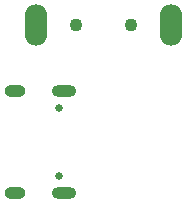
<source format=gbr>
%TF.GenerationSoftware,KiCad,Pcbnew,9.0.5*%
%TF.CreationDate,2025-10-06T23:19:50+02:00*%
%TF.ProjectId,usb-dmx,7573622d-646d-4782-9e6b-696361645f70,1.2*%
%TF.SameCoordinates,Original*%
%TF.FileFunction,Soldermask,Bot*%
%TF.FilePolarity,Negative*%
%FSLAX46Y46*%
G04 Gerber Fmt 4.6, Leading zero omitted, Abs format (unit mm)*
G04 Created by KiCad (PCBNEW 9.0.5) date 2025-10-06 23:19:50*
%MOMM*%
%LPD*%
G01*
G04 APERTURE LIST*
%ADD10C,1.100000*%
%ADD11O,1.900000X3.500000*%
%ADD12C,0.650000*%
%ADD13O,2.100000X1.000000*%
%ADD14O,1.800000X1.000000*%
G04 APERTURE END LIST*
D10*
%TO.C,J2*%
X97700000Y-46900000D03*
X102300000Y-46900000D03*
D11*
X94300000Y-46900000D03*
X105700000Y-46900000D03*
%TD*%
D12*
%TO.C,J1*%
X96180000Y-53930000D03*
X96180000Y-59710000D03*
D13*
X96680000Y-52500000D03*
D14*
X92500000Y-52500000D03*
D13*
X96680000Y-61140000D03*
D14*
X92500000Y-61140000D03*
%TD*%
M02*

</source>
